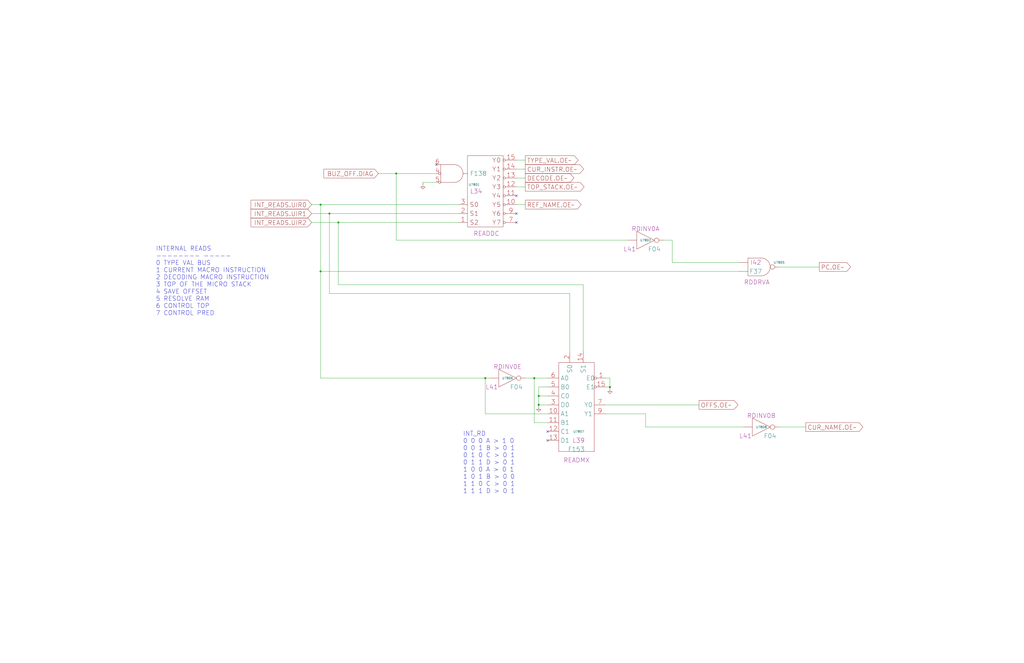
<source format=kicad_sch>
(kicad_sch (version 20230121) (generator eeschema)
  (paper "User" 584.2 378.46)
  (title_block (title "INTERNAL READ DECODING") (date "22-MAY-90") (rev "1.0") (comment 1 "SEQUENCER") (comment 2 "232-003064") (comment 3 "S400") (comment 4 "RELEASED"))
  (lib_symbols
    (symbol "r1000:F04" (pin_numbers hide) (pin_names hide)
      (property "Reference" "U" (at 0 0 0))
      (property "Value" "F04" (at 1.27 -5.08 0))
      (property "Location" "___" (at -12.7 -5.08 0))
      (property "Name" "______" (at 0 5.08 0))
      (symbol "F04_0_1"
        (polyline (pts (xy -7.62 0) (xy -5.08 0)) (stroke (width 0.1524)))
        (polyline (pts (xy -5.08 5.08) (xy -5.08 -5.08)) (stroke (width 0.1524)))
        (polyline (pts (xy 5.08 0) (xy -5.08 -5.08)) (stroke (width 0.1524)))
        (polyline (pts (xy 5.08 0) (xy -5.08 5.08)) (stroke (width 0.1524)))
        (circle (center 6.35 0) (radius 1.27) (stroke (width 0.1524)))
      )
      (symbol "F04_1_1"
        (pin input line (at -10.16 0 0) (length 2.54) (name "D0") (number "1"))
        (pin output line (at 10.16 0 180) (length 2.54) (name "Q") (number "2"))
      )
    )
    (symbol "r1000:F138" (pin_names (offset 1.016) hide)
      (property "Reference" "U" (at 1.27 3.81 0))
      (property "Value" "F138" (at -1.27 10.16 0))
      (property "Location" "___" (at -1.27 0 0))
      (property "Name" "______" (at 8.255 -24.13 0))
      (symbol "F138_0_0"
        (arc (start -10.16 5.08) (mid -6.5679 6.5679) (end -5.08 10.16) (stroke (width 0.1524)))
        (arc (start -5.08 10.16) (mid -6.5679 13.7521) (end -10.16 15.24) (stroke (width 0.1524)))
        (polyline (pts (xy -17.78 5.08) (xy -10.16 5.08)) (stroke (width 0.1524)))
        (polyline (pts (xy -17.78 15.24) (xy -10.16 15.24)) (stroke (width 0.1524)))
      )
      (symbol "F138_0_1"
        (circle (center -18.415 5.08) (radius 0.635) (stroke (width 0.1524)))
        (circle (center -18.415 10.16) (radius 0.635) (stroke (width 0.1524)))
        (rectangle (start -2.54 20.32) (end 17.78 -20.32) (stroke (width 0.1524)))
        (polyline (pts (xy -19.05 15.24) (xy -17.78 15.24)) (stroke (width 0.1524)))
        (polyline (pts (xy -17.78 15.24) (xy -17.78 5.08)) (stroke (width 0.1524)))
        (polyline (pts (xy -2.54 10.16) (xy -5.08 10.16)) (stroke (width 0.1524)))
      )
      (symbol "F138_1_1"
        (circle (center 18.415 -17.78) (radius 0.635))
        (circle (center 18.415 -12.7) (radius 0.635))
        (circle (center 18.415 -7.62) (radius 0.635))
        (circle (center 18.415 -2.54) (radius 0.635))
        (circle (center 18.415 2.54) (radius 0.635))
        (circle (center 18.415 7.62) (radius 0.635))
        (circle (center 18.415 12.7) (radius 0.635))
        (circle (center 18.415 17.78) (radius 0.635))
        (text "0" (at 2.54 -7.62 0) (effects (font (size 2.54 2.54))))
        (text "0" (at 15.24 17.78 0) (effects (font (size 2.54 2.54))))
        (text "1" (at 2.54 -12.7 0) (effects (font (size 2.54 2.54))))
        (text "1" (at 15.24 12.7 0) (effects (font (size 2.54 2.54))))
        (text "2" (at 2.54 -17.78 0) (effects (font (size 2.54 2.54))))
        (text "2" (at 15.24 7.62 0) (effects (font (size 2.54 2.54))))
        (text "3" (at 15.24 2.54 0) (effects (font (size 2.54 2.54))))
        (text "4" (at 15.24 -2.54 0) (effects (font (size 2.54 2.54))))
        (text "5" (at 15.24 -7.62 0) (effects (font (size 2.54 2.54))))
        (text "6" (at 15.24 -12.7 0) (effects (font (size 2.54 2.54))))
        (text "7" (at 15.24 -17.78 0) (effects (font (size 2.54 2.54))))
        (text "S" (at 0 -17.78 0) (effects (font (size 2.54 2.54))))
        (text "S" (at 0 -12.7 0) (effects (font (size 2.54 2.54))))
        (text "S" (at 0 -7.62 0) (effects (font (size 2.54 2.54))))
        (text "Y" (at 12.7 -17.78 0) (effects (font (size 2.54 2.54))))
        (text "Y" (at 12.7 -12.7 0) (effects (font (size 2.54 2.54))))
        (text "Y" (at 12.7 -7.62 0) (effects (font (size 2.54 2.54))))
        (text "Y" (at 12.7 -2.54 0) (effects (font (size 2.54 2.54))))
        (text "Y" (at 12.7 2.54 0) (effects (font (size 2.54 2.54))))
        (text "Y" (at 12.7 7.62 0) (effects (font (size 2.54 2.54))))
        (text "Y" (at 12.7 12.7 0) (effects (font (size 2.54 2.54))))
        (text "Y" (at 12.7 17.78 0) (effects (font (size 2.54 2.54))))
        (pin input line (at -7.62 -17.78 0) (length 5.08) (name "S2") (number "1"))
        (pin output line (at 25.4 -7.62 180) (length 6.35) (name "Y5_") (number "10"))
        (pin output line (at 25.4 -2.54 180) (length 6.35) (name "Y4_") (number "11"))
        (pin output line (at 25.4 2.54 180) (length 6.35) (name "Y3_") (number "12"))
        (pin output line (at 25.4 7.62 180) (length 6.35) (name "Y2_") (number "13"))
        (pin output line (at 25.4 12.7 180) (length 6.35) (name "Y1_") (number "14"))
        (pin output line (at 25.4 17.78 180) (length 6.35) (name "Y0_") (number "15"))
        (pin input line (at -7.62 -12.7 0) (length 5.08) (name "S1") (number "2"))
        (pin input line (at -7.62 -7.62 0) (length 5.08) (name "S0") (number "3"))
        (pin input line (at -20.32 10.16 0) (length 1.27) (name "D1") (number "4"))
        (pin input line (at -20.32 5.08 0) (length 1.27) (name "D2") (number "5"))
        (pin input line (at -20.32 15.24 0) (length 1.27) (name "D0") (number "6"))
        (pin output line (at 25.4 -17.78 180) (length 6.35) (name "Y7_") (number "7"))
        (pin output line (at 25.4 -12.7 180) (length 6.35) (name "Y6_") (number "9"))
      )
    )
    (symbol "r1000:F153" (pin_names (offset 1.016))
      (property "Reference" "U" (at 2.54 5.08 0))
      (property "Value" "F153" (at -3.81 -5.08 0))
      (property "Location" "___" (at -1.27 0 0))
      (property "Name" "______" (at 1.27 -12.7 0))
      (symbol "F153_1_1"
        (rectangle (start -8.89 44.45) (end 11.43 -6.35))
        (circle (center 12.065 30.48) (radius 0.635))
        (circle (center 12.065 35.56) (radius 0.635))
        (pin input line (at 17.78 35.56 180) (length 5.08) (name "E0") (number "1"))
        (pin input line (at -15.24 15.24 0) (length 6.35) (name "A1") (number "10"))
        (pin input line (at -15.24 10.16 0) (length 6.35) (name "B1") (number "11"))
        (pin input line (at -15.24 5.08 0) (length 6.35) (name "C1") (number "12"))
        (pin input line (at -15.24 0 0) (length 6.35) (name "D1") (number "13"))
        (pin input line (at 5.08 50.8 270) (length 6.35) (name "S1") (number "14"))
        (pin input line (at 17.78 30.48 180) (length 5.08) (name "E1") (number "15"))
        (pin input line (at -2.54 50.8 270) (length 6.35) (name "S0") (number "2"))
        (pin input line (at -15.24 20.32 0) (length 6.35) (name "D0") (number "3"))
        (pin input line (at -15.24 25.4 0) (length 6.35) (name "C0") (number "4"))
        (pin input line (at -15.24 30.48 0) (length 6.35) (name "B0") (number "5"))
        (pin input line (at -15.24 35.56 0) (length 6.35) (name "A0") (number "6"))
        (pin output line (at 17.78 20.32 180) (length 6.35) (name "Y0") (number "7"))
        (pin output line (at 17.78 15.24 180) (length 6.35) (name "Y1") (number "9"))
      )
    )
    (symbol "r1000:F37" (pin_numbers hide) (pin_names (offset 0) hide)
      (property "Reference" "U" (at 15.24 0 0))
      (property "Value" "F37" (at 1.905 -5.08 0))
      (property "Location" "___" (at 1.905 0 0))
      (property "Name" "______" (at 2.54 -12.7 0))
      (symbol "F37_0_1"
        (polyline (pts (xy -2.54 -7.62) (xy 5.08 -7.62)) (stroke (width 0.1524)))
        (polyline (pts (xy -2.54 2.54) (xy -2.54 -7.62)) (stroke (width 0.1524)))
        (polyline (pts (xy -2.54 2.54) (xy 5.08 2.54)) (stroke (width 0.1524)))
        (arc (start 5.08 -7.62) (mid 10.1282 -2.54) (end 5.08 2.54) (stroke (width 0.1524)))
        (circle (center 11.43 -2.54) (radius 1.27) (stroke (width 0.1524)))
      )
      (symbol "F37_0_2"
        (circle (center -3.81 -5.08) (radius 1.27) (stroke (width 0.1524)))
        (circle (center -3.81 0) (radius 1.27) (stroke (width 0.1524)))
        (arc (start -3.175 -7.62) (mid -2.134 -2.54) (end -3.175 2.54) (stroke (width 0.1524)))
        (polyline (pts (xy -3.175 -7.62) (xy 3.81 -7.62)) (stroke (width 0.1524)))
        (polyline (pts (xy -3.175 2.54) (xy 3.81 2.54)) (stroke (width 0.1524)))
        (arc (start 3.81 -7.62) (mid 7.5855 -5.8306) (end 10.16 -2.54) (stroke (width 0.1524)))
        (arc (start 10.16 -2.54) (mid 7.5827 0.7471) (end 3.81 2.54) (stroke (width 0.1524)))
      )
      (symbol "F37_1_1"
        (pin input line (at -7.62 0 0) (length 5.08) (name "D0") (number "1"))
        (pin input line (at -7.62 -5.08 0) (length 5.08) (name "D1") (number "2"))
        (pin output line (at 15.24 -2.54 180) (length 2.54) (name "Q") (number "3"))
      )
      (symbol "F37_1_2"
        (pin input line (at -7.62 0 0) (length 2.54) (name "D0") (number "1"))
        (pin input line (at -7.62 -5.08 0) (length 2.54) (name "D1") (number "2"))
        (pin output line (at 15.24 -2.54 180) (length 5.08) (name "Q") (number "3"))
      )
    )
    (symbol "r1000:PD" (power) (pin_numbers hide) (pin_names hide) (in_bom no)
      (symbol "PD_0_1"
        (polyline (pts (xy 0 -2.54) (xy 1.27 -2.54) (xy 0 -3.81) (xy -1.27 -2.54) (xy 0 -2.54)) (stroke (width 0.1524)))
      )
      (symbol "PD_1_1"
        (pin power_in line (at 0 0 270) (length 2.54) (name "PD") (number "1"))
      )
    )
  )
  (junction (at 182.88 154.94))
  (junction (at 347.98 220.98))
  (junction (at 187.96 121.92))
  (junction (at 193.04 127))
  (junction (at 276.86 215.9))
  (junction (at 307.34 231.14))
  (junction (at 182.88 116.84))
  (junction (at 304.8 215.9))
  (junction (at 307.34 226.06))
  (junction (at 226.06 99.06))
  (no_connect (at 294.64 121.92))
  (no_connect (at 312.42 246.38))
  (no_connect (at 248.92 93.98))
  (no_connect (at 294.64 111.76))
  (no_connect (at 312.42 251.46))
  (no_connect (at 294.64 127))
  (wire (pts (xy 444.5 152.4) (xy 467.36 152.4)))
  (wire (pts (xy 177.8 121.92) (xy 187.96 121.92)))
  (wire (pts (xy 304.8 215.9) (xy 312.42 215.9)))
  (wire (pts (xy 182.88 116.84) (xy 182.88 154.94)))
  (wire (pts (xy 276.86 215.9) (xy 276.86 236.22)))
  (wire (pts (xy 383.54 149.86) (xy 421.64 149.86)))
  (wire (pts (xy 177.8 127) (xy 193.04 127)))
  (wire (pts (xy 304.8 241.3) (xy 304.8 215.9)))
  (wire (pts (xy 307.34 231.14) (xy 312.42 231.14)))
  (wire (pts (xy 312.42 220.98) (xy 307.34 220.98)))
  (wire (pts (xy 345.44 231.14) (xy 398.78 231.14)))
  (wire (pts (xy 226.06 137.16) (xy 358.14 137.16)))
  (wire (pts (xy 182.88 154.94) (xy 182.88 215.9)))
  (wire (pts (xy 345.44 215.9) (xy 347.98 215.9)))
  (wire (pts (xy 325.12 167.64) (xy 325.12 200.66)))
  (wire (pts (xy 378.46 137.16) (xy 383.54 137.16)))
  (wire (pts (xy 276.86 215.9) (xy 279.4 215.9)))
  (wire (pts (xy 294.64 101.6) (xy 299.72 101.6)))
  (wire (pts (xy 368.3 236.22) (xy 368.3 243.84)))
  (wire (pts (xy 187.96 167.64) (xy 325.12 167.64)))
  (wire (pts (xy 182.88 116.84) (xy 261.62 116.84)))
  (wire (pts (xy 182.88 215.9) (xy 276.86 215.9)))
  (wire (pts (xy 241.3 104.14) (xy 248.92 104.14)))
  (wire (pts (xy 347.98 215.9) (xy 347.98 220.98)))
  (wire (pts (xy 182.88 154.94) (xy 421.64 154.94)))
  (wire (pts (xy 226.06 99.06) (xy 248.92 99.06)))
  (wire (pts (xy 304.8 241.3) (xy 312.42 241.3)))
  (wire (pts (xy 307.34 226.06) (xy 307.34 231.14)))
  (wire (pts (xy 177.8 116.84) (xy 182.88 116.84)))
  (wire (pts (xy 226.06 137.16) (xy 226.06 99.06)))
  (wire (pts (xy 215.9 99.06) (xy 226.06 99.06)))
  (wire (pts (xy 294.64 116.84) (xy 299.72 116.84)))
  (wire (pts (xy 444.5 243.84) (xy 459.74 243.84)))
  (wire (pts (xy 368.3 243.84) (xy 424.18 243.84)))
  (wire (pts (xy 187.96 121.92) (xy 187.96 167.64)))
  (wire (pts (xy 294.64 96.52) (xy 299.72 96.52)))
  (wire (pts (xy 294.64 106.68) (xy 299.72 106.68)))
  (wire (pts (xy 193.04 127) (xy 193.04 162.56)))
  (wire (pts (xy 345.44 220.98) (xy 347.98 220.98)))
  (wire (pts (xy 383.54 137.16) (xy 383.54 149.86)))
  (wire (pts (xy 307.34 220.98) (xy 307.34 226.06)))
  (wire (pts (xy 332.74 162.56) (xy 332.74 200.66)))
  (wire (pts (xy 193.04 162.56) (xy 332.74 162.56)))
  (wire (pts (xy 307.34 226.06) (xy 312.42 226.06)))
  (wire (pts (xy 276.86 236.22) (xy 312.42 236.22)))
  (wire (pts (xy 345.44 236.22) (xy 368.3 236.22)))
  (wire (pts (xy 294.64 91.44) (xy 299.72 91.44)))
  (wire (pts (xy 187.96 121.92) (xy 261.62 121.92)))
  (wire (pts (xy 299.72 215.9) (xy 304.8 215.9)))
  (wire (pts (xy 193.04 127) (xy 261.62 127)))
  (text "INT_RD\n0 0 0 A > 1 0\n0 0 1 B > 0 1\n0 1 0 C > 0 1\n0 1 1 D > 0 1\n1 0 0 A > 0 1\n1 0 1 B > 0 0\n1 1 0 C > 0 1\n1 1 1 D > 0 1" (at 264.16 281.94 0) (effects (font (size 2.54 2.54)) (justify left bottom)))
  (text "INTERNAL READS\n-------- -----\n0 TYPE VAL BUS\n1 CURRENT MACRO INSTRUCTION\n2 DECODING MACRO INSTRUCTION\n3 TOP OF THE MICRO STACK\n4 SAVE OFFSET\n5 RESOLVE RAM\n6 CONTROL TOP\n7 CONTROL PRED\n" (at 88.9 180.34 0) (effects (font (size 2.54 2.54)) (justify left bottom)))
  (global_label "CUR_NAME.OE~" (shape output) (at 459.74 243.84 0) (effects (font (size 2.54 2.54))) (property "Intersheetrefs" "${INTERSHEET_REFS}" (at 492.2641 243.6813 0) (effects (font (size 1.905 1.905)) (justify left))))
  (global_label "CUR_INSTR.OE~" (shape output) (at 299.72 96.52 0) (effects (font (size 2.54 2.54))) (property "Intersheetrefs" "${INTERSHEET_REFS}" (at 332.9698 96.3613 0) (effects (font (size 1.905 1.905)) (justify left))))
  (global_label "INT_READS.UIR2" (shape input) (at 177.8 127 180) (effects (font (size 2.54 2.54))) (property "Intersheetrefs" "${INTERSHEET_REFS}" (at 143.2197 126.8413 0) (effects (font (size 1.905 1.905)) (justify right))))
  (global_label "INT_READS.UIR1" (shape input) (at 177.8 121.92 180) (effects (font (size 2.54 2.54))) (property "Intersheetrefs" "${INTERSHEET_REFS}" (at 143.2197 121.7613 0) (effects (font (size 1.905 1.905)) (justify right))))
  (global_label "TYPE_VAL.OE~" (shape output) (at 299.72 91.44 0) (effects (font (size 2.54 2.54))) (property "Intersheetrefs" "${INTERSHEET_REFS}" (at 327.527 91.2813 0) (effects (font (size 1.905 1.905)) (justify left))))
  (global_label "REF_NAME.OE~" (shape output) (at 299.72 116.84 0) (effects (font (size 2.54 2.54))) (property "Intersheetrefs" "${INTERSHEET_REFS}" (at 331.5184 116.6813 0) (effects (font (size 1.905 1.905)) (justify left))))
  (global_label "TOP_STACK.OE~" (shape output) (at 299.72 106.68 0) (effects (font (size 2.54 2.54))) (property "Intersheetrefs" "${INTERSHEET_REFS}" (at 333.2117 106.5213 0) (effects (font (size 1.905 1.905)) (justify left))))
  (global_label "DECODE.OE~" (shape output) (at 299.72 101.6 0) (effects (font (size 2.54 2.54))) (property "Intersheetrefs" "${INTERSHEET_REFS}" (at 327.406 101.4413 0) (effects (font (size 1.905 1.905)) (justify left))))
  (global_label "INT_READS.UIR0" (shape input) (at 177.8 116.84 180) (effects (font (size 2.54 2.54))) (property "Intersheetrefs" "${INTERSHEET_REFS}" (at 143.2197 116.6813 0) (effects (font (size 1.905 1.905)) (justify right))))
  (global_label "BUZ_OFF.DIAG" (shape input) (at 215.9 99.06 180) (effects (font (size 2.54 2.54))) (property "Intersheetrefs" "${INTERSHEET_REFS}" (at 184.8273 98.9013 0) (effects (font (size 1.905 1.905)) (justify right))))
  (global_label "PC.OE~" (shape output) (at 467.36 152.4 0) (effects (font (size 2.54 2.54))) (property "Intersheetrefs" "${INTERSHEET_REFS}" (at 485.2489 152.2413 0) (effects (font (size 1.905 1.905)) (justify left))))
  (global_label "OFFS.OE~" (shape output) (at 398.78 231.14 0) (effects (font (size 2.54 2.54))) (property "Intersheetrefs" "${INTERSHEET_REFS}" (at 421.0231 230.9813 0) (effects (font (size 1.905 1.905)) (justify left))))
  (symbol (lib_id "r1000:PD") (at 307.34 231.14 0) (unit 1) (in_bom no)
    (property "Reference" "#PWR07804" (effects hide))
    (property "Value" "PD" (effects hide))
  )
  (symbol (lib_id "r1000:F138") (at 269.24 109.22 0) (unit 1)
    (property "Reference" "U7801" (at 270.51 105.41 0))
    (property "Value" "F138" (at 267.97 99.06 0) (effects (font (size 2.54 2.54)) (justify left)))
    (property "Location" "L34" (at 267.97 109.22 0) (effects (font (size 2.54 2.54)) (justify left)))
    (property "Name" "READDC" (at 277.495 133.35 0) (effects (font (size 2.54 2.54))))
  )
  (symbol (lib_id "r1000:F04") (at 289.56 215.9 0) (unit 1)
    (property "Reference" "U7806" (at 289.56 215.9 0))
    (property "Value" "F04" (at 290.83 220.98 0) (effects (font (size 2.54 2.54)) (justify left)))
    (property "Location" "L41" (at 276.86 220.98 0) (effects (font (size 2.54 2.54)) (justify left)))
    (property "Name" "RDINV0E" (at 289.56 210.82 0) (effects (font (size 2.54 2.54)) (justify bottom)))
  )
  (symbol (lib_id "r1000:PD") (at 241.3 104.14 0) (unit 1) (in_bom no)
    (property "Reference" "#PWR07802" (effects hide))
    (property "Value" "PD" (effects hide))
  )
  (symbol (lib_id "r1000:PD") (at 347.98 220.98 0) (unit 1) (in_bom no)
    (property "Reference" "#PWR07805" (effects hide))
    (property "Value" "PD" (effects hide))
  )
  (symbol (lib_id "r1000:F04") (at 368.3 137.16 0) (unit 1)
    (property "Reference" "U7802" (at 368.3 137.16 0))
    (property "Value" "F04" (at 369.57 142.24 0) (effects (font (size 2.54 2.54)) (justify left)))
    (property "Location" "L41" (at 355.6 142.24 0) (effects (font (size 2.54 2.54)) (justify left)))
    (property "Name" "RDINV0A" (at 368.3 132.08 0) (effects (font (size 2.54 2.54)) (justify bottom)))
  )
  (symbol (lib_id "r1000:F153") (at 327.66 251.46 0) (unit 1)
    (property "Reference" "U7807" (at 330.2 246.38 0))
    (property "Value" "F153" (at 323.85 256.54 0) (effects (font (size 2.54 2.54)) (justify left)))
    (property "Location" "L39" (at 326.39 251.46 0) (effects (font (size 2.54 2.54)) (justify left)))
    (property "Name" "READMX" (at 328.93 264.16 0) (effects (font (size 2.54 2.54)) (justify bottom)))
  )
  (symbol (lib_id "r1000:F04") (at 434.34 243.84 0) (unit 1)
    (property "Reference" "U7808" (at 434.34 243.84 0))
    (property "Value" "F04" (at 435.61 248.92 0) (effects (font (size 2.54 2.54)) (justify left)))
    (property "Location" "L41" (at 421.64 248.92 0) (effects (font (size 2.54 2.54)) (justify left)))
    (property "Name" "RDINV0B" (at 434.34 238.76 0) (effects (font (size 2.54 2.54)) (justify bottom)))
  )
  (symbol (lib_id "r1000:F37") (at 429.26 149.86 0) (unit 1)
    (property "Reference" "U7805" (at 444.5 149.86 0))
    (property "Value" "F37" (at 431.165 154.94 0) (effects (font (size 2.54 2.54))))
    (property "Location" "I42" (at 431.165 149.86 0) (effects (font (size 2.54 2.54))))
    (property "Name" "RDDRVA" (at 431.8 162.56 0) (effects (font (size 2.54 2.54)) (justify bottom)))
  )
)
</source>
